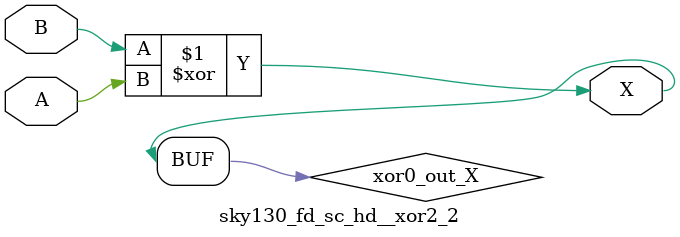
<source format=v>
/*
 * Copyright 2020 The SkyWater PDK Authors
 *
 * Licensed under the Apache License, Version 2.0 (the "License");
 * you may not use this file except in compliance with the License.
 * You may obtain a copy of the License at
 *
 *     https://www.apache.org/licenses/LICENSE-2.0
 *
 * Unless required by applicable law or agreed to in writing, software
 * distributed under the License is distributed on an "AS IS" BASIS,
 * WITHOUT WARRANTIES OR CONDITIONS OF ANY KIND, either express or implied.
 * See the License for the specific language governing permissions and
 * limitations under the License.
 *
 * SPDX-License-Identifier: Apache-2.0
*/


`ifndef SKY130_FD_SC_HD__XOR2_2_FUNCTIONAL_V
`define SKY130_FD_SC_HD__XOR2_2_FUNCTIONAL_V

/**
 * xor2: 2-input exclusive OR.
 *
 *       X = A ^ B
 *
 * Verilog simulation functional model.
 */

`timescale 1ns / 1ps
`default_nettype none

`celldefine
module sky130_fd_sc_hd__xor2_2 (
    X,
    A,
    B
);

    // Module ports
    output X;
    input  A;
    input  B;

    // Local signals
    wire xor0_out_X;

    //  Name  Output      Other arguments
    xor xor0 (xor0_out_X, B, A           );
    buf buf0 (X         , xor0_out_X     );

endmodule
`endcelldefine

`default_nettype wire
`endif  // SKY130_FD_SC_HD__XOR2_2_FUNCTIONAL_V

</source>
